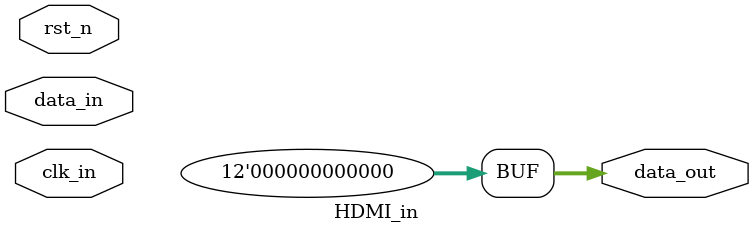
<source format=v>
module HDMI_in(	// file.cleaned.mlir:2:3
  input         clk_in,	// file.cleaned.mlir:2:25
                rst_n,	// file.cleaned.mlir:2:42
  input  [11:0] data_in,	// file.cleaned.mlir:2:58
  output [11:0] data_out	// file.cleaned.mlir:2:78
);

  assign data_out = 12'h0;	// file.cleaned.mlir:3:15, :4:5
endmodule


</source>
